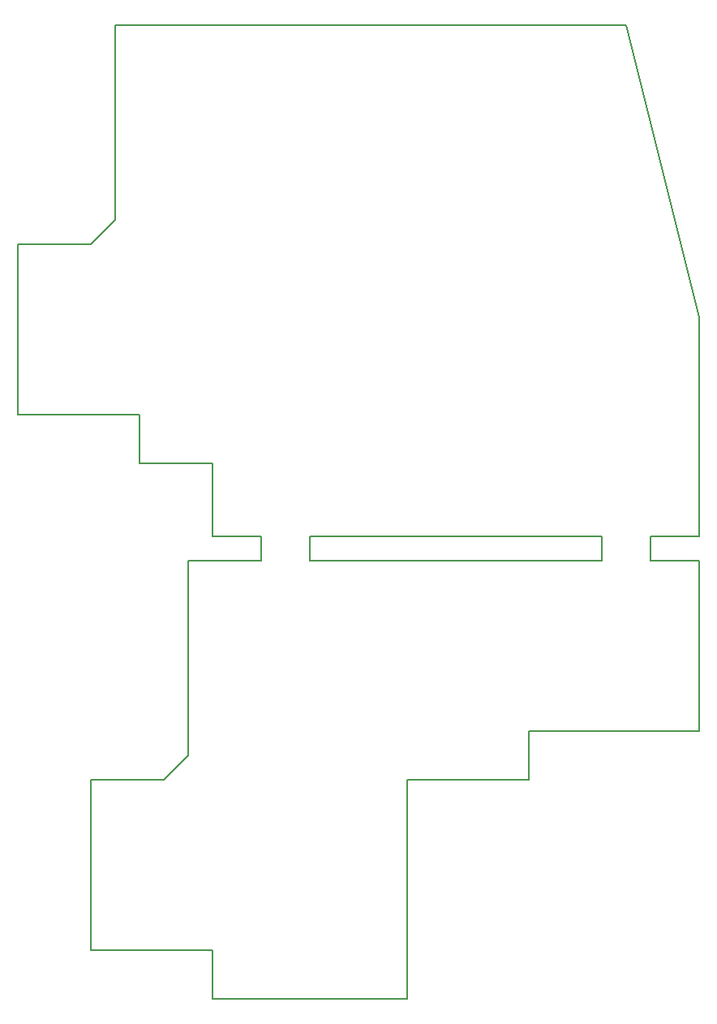
<source format=gbr>
G04 #@! TF.GenerationSoftware,KiCad,Pcbnew,5.0.1*
G04 #@! TF.CreationDate,2018-10-26T18:06:03+02:00*
G04 #@! TF.ProjectId,combine,636F6D62696E652E6B696361645F7063,rev?*
G04 #@! TF.SameCoordinates,Original*
G04 #@! TF.FileFunction,Profile,NP*
%FSLAX46Y46*%
G04 Gerber Fmt 4.6, Leading zero omitted, Abs format (unit mm)*
G04 Created by KiCad (PCBNEW 5.0.1) date Fri 26 Oct 2018 06:06:03 PM CEST*
%MOMM*%
%LPD*%
G01*
G04 APERTURE LIST*
%ADD10C,0.150000*%
%ADD11C,0.200000*%
G04 APERTURE END LIST*
D10*
X60960000Y-99060000D02*
X60960000Y-96520000D01*
X91440000Y-99060000D02*
X60960000Y-99060000D01*
X91440000Y-96520000D02*
X91440000Y-99060000D01*
X60960000Y-96520000D02*
X91440000Y-96520000D01*
X55880000Y-99060000D02*
X48260000Y-99060000D01*
X55880000Y-96520000D02*
X55880000Y-99060000D01*
X50800000Y-96520000D02*
X55880000Y-96520000D01*
X96520000Y-96520000D02*
X101600000Y-96520000D01*
X96520000Y-99060000D02*
X96520000Y-96520000D01*
X101600000Y-99060000D02*
X96520000Y-99060000D01*
D11*
X50800000Y-88900000D02*
X43180000Y-88900000D01*
X50800000Y-96520000D02*
X50800000Y-88900000D01*
X101600000Y-73660000D02*
X101600000Y-96520000D01*
X93980000Y-43180000D02*
X101600000Y-73660000D01*
D10*
X40640000Y-43180000D02*
X93980000Y-43180000D01*
X43180000Y-83820000D02*
X43180000Y-88900000D01*
X30480000Y-83820000D02*
X43180000Y-83820000D01*
X30480000Y-66040000D02*
X30480000Y-83820000D01*
X38100000Y-66040000D02*
X30480000Y-66040000D01*
X40640000Y-63500000D02*
X38100000Y-66040000D01*
X40640000Y-43180000D02*
X40640000Y-63500000D01*
X101600000Y-99060000D02*
X101600000Y-116840000D01*
X71120000Y-121920000D02*
X71120000Y-124460000D01*
X83820000Y-121920000D02*
X71120000Y-121920000D01*
X71120000Y-144780000D02*
X71120000Y-124460000D01*
X50800000Y-144780000D02*
X71120000Y-144780000D01*
X50800000Y-139700000D02*
X50800000Y-144780000D01*
X38100000Y-139700000D02*
X50800000Y-139700000D01*
X38100000Y-121920000D02*
X38100000Y-139700000D01*
X45720000Y-121920000D02*
X38100000Y-121920000D01*
X48260000Y-119380000D02*
X45720000Y-121920000D01*
X48260000Y-99060000D02*
X48260000Y-119380000D01*
X83820000Y-121920000D02*
X83820000Y-116840000D01*
X83820000Y-116840000D02*
X101600000Y-116840000D01*
M02*

</source>
